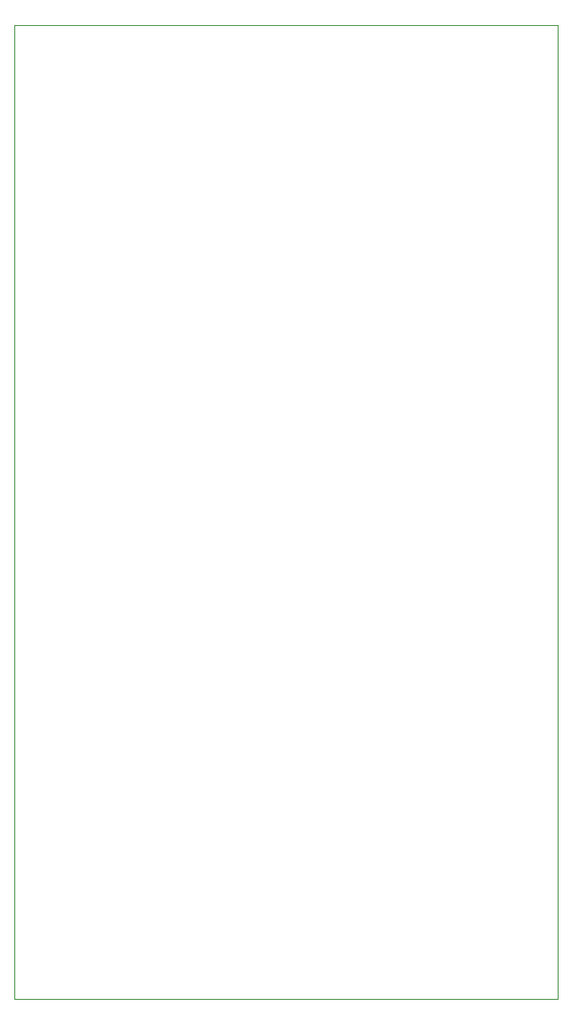
<source format=gbr>
%TF.GenerationSoftware,KiCad,Pcbnew,7.0.6*%
%TF.CreationDate,2023-08-09T12:04:45+03:00*%
%TF.ProjectId,atmegaStepperDriver,61746d65-6761-4537-9465-707065724472,v0.7.1*%
%TF.SameCoordinates,Original*%
%TF.FileFunction,Profile,NP*%
%FSLAX46Y46*%
G04 Gerber Fmt 4.6, Leading zero omitted, Abs format (unit mm)*
G04 Created by KiCad (PCBNEW 7.0.6) date 2023-08-09 12:04:45*
%MOMM*%
%LPD*%
G01*
G04 APERTURE LIST*
%TA.AperFunction,Profile*%
%ADD10C,0.100000*%
%TD*%
G04 APERTURE END LIST*
D10*
X65405000Y-45402500D02*
X116840000Y-45402500D01*
X116840000Y-137477500D01*
X65405000Y-137477500D01*
X65405000Y-45402500D01*
M02*

</source>
